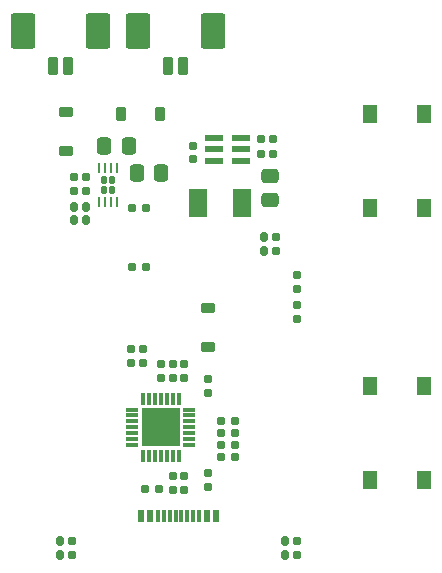
<source format=gbr>
%TF.GenerationSoftware,KiCad,Pcbnew,8.0.3*%
%TF.CreationDate,2024-10-16T20:56:53-05:00*%
%TF.ProjectId,BB-STM32 Dev Board,42422d53-544d-4333-9220-44657620426f,0*%
%TF.SameCoordinates,Original*%
%TF.FileFunction,Paste,Top*%
%TF.FilePolarity,Positive*%
%FSLAX46Y46*%
G04 Gerber Fmt 4.6, Leading zero omitted, Abs format (unit mm)*
G04 Created by KiCad (PCBNEW 8.0.3) date 2024-10-16 20:56:53*
%MOMM*%
%LPD*%
G01*
G04 APERTURE LIST*
G04 Aperture macros list*
%AMRoundRect*
0 Rectangle with rounded corners*
0 $1 Rounding radius*
0 $2 $3 $4 $5 $6 $7 $8 $9 X,Y pos of 4 corners*
0 Add a 4 corners polygon primitive as box body*
4,1,4,$2,$3,$4,$5,$6,$7,$8,$9,$2,$3,0*
0 Add four circle primitives for the rounded corners*
1,1,$1+$1,$2,$3*
1,1,$1+$1,$4,$5*
1,1,$1+$1,$6,$7*
1,1,$1+$1,$8,$9*
0 Add four rect primitives between the rounded corners*
20,1,$1+$1,$2,$3,$4,$5,0*
20,1,$1+$1,$4,$5,$6,$7,0*
20,1,$1+$1,$6,$7,$8,$9,0*
20,1,$1+$1,$8,$9,$2,$3,0*%
G04 Aperture macros list end*
%ADD10RoundRect,0.140000X-0.140000X0.205000X-0.140000X-0.205000X0.140000X-0.205000X0.140000X0.205000X0*%
%ADD11RoundRect,0.062500X-0.062500X0.337500X-0.062500X-0.337500X0.062500X-0.337500X0.062500X0.337500X0*%
%ADD12R,1.500000X2.400000*%
%ADD13RoundRect,0.250000X-0.337500X-0.475000X0.337500X-0.475000X0.337500X0.475000X-0.337500X0.475000X0*%
%ADD14RoundRect,0.073750X-0.651250X-0.221250X0.651250X-0.221250X0.651250X0.221250X-0.651250X0.221250X0*%
%ADD15R,0.300000X1.100000*%
%ADD16R,0.600000X1.100000*%
%ADD17R,0.300000X1.000000*%
%ADD18R,1.000000X0.300000*%
%ADD19R,3.300000X3.300000*%
%ADD20RoundRect,0.160000X0.160000X-0.197500X0.160000X0.197500X-0.160000X0.197500X-0.160000X-0.197500X0*%
%ADD21RoundRect,0.225000X-0.375000X0.225000X-0.375000X-0.225000X0.375000X-0.225000X0.375000X0.225000X0*%
%ADD22RoundRect,0.225000X-0.225000X-0.375000X0.225000X-0.375000X0.225000X0.375000X-0.225000X0.375000X0*%
%ADD23RoundRect,0.160000X-0.160000X0.197500X-0.160000X-0.197500X0.160000X-0.197500X0.160000X0.197500X0*%
%ADD24R,1.300000X1.550000*%
%ADD25RoundRect,0.160000X-0.160000X0.222500X-0.160000X-0.222500X0.160000X-0.222500X0.160000X0.222500X0*%
%ADD26RoundRect,0.155000X-0.212500X-0.155000X0.212500X-0.155000X0.212500X0.155000X-0.212500X0.155000X0*%
%ADD27RoundRect,0.160000X0.160000X-0.222500X0.160000X0.222500X-0.160000X0.222500X-0.160000X-0.222500X0*%
%ADD28RoundRect,0.200000X0.200000X0.600000X-0.200000X0.600000X-0.200000X-0.600000X0.200000X-0.600000X0*%
%ADD29RoundRect,0.250001X0.799999X1.249999X-0.799999X1.249999X-0.799999X-1.249999X0.799999X-1.249999X0*%
%ADD30RoundRect,0.155000X0.155000X-0.212500X0.155000X0.212500X-0.155000X0.212500X-0.155000X-0.212500X0*%
%ADD31RoundRect,0.155000X-0.155000X0.212500X-0.155000X-0.212500X0.155000X-0.212500X0.155000X0.212500X0*%
%ADD32RoundRect,0.160000X-0.197500X-0.160000X0.197500X-0.160000X0.197500X0.160000X-0.197500X0.160000X0*%
%ADD33RoundRect,0.250000X-0.475000X0.337500X-0.475000X-0.337500X0.475000X-0.337500X0.475000X0.337500X0*%
G04 APERTURE END LIST*
D10*
%TO.C,U1*%
X132350000Y-87575000D03*
X131650000Y-87575000D03*
X132350000Y-88425000D03*
X131650000Y-88425000D03*
D11*
X132750000Y-86550000D03*
X132250000Y-86550000D03*
X131750000Y-86550000D03*
X131250000Y-86550000D03*
X131250000Y-89450000D03*
X131750000Y-89450000D03*
X132250000Y-89450000D03*
X132750000Y-89450000D03*
%TD*%
D12*
%TO.C,L1*%
X139650000Y-89500000D03*
X143350000Y-89500000D03*
%TD*%
D13*
%TO.C,C13*%
X134462500Y-87000000D03*
X136537500Y-87000000D03*
%TD*%
%TO.C,C12*%
X131712500Y-84750000D03*
X133787500Y-84750000D03*
%TD*%
D14*
%TO.C,U2*%
X141000000Y-84050000D03*
X141000000Y-85000000D03*
X141000000Y-85950000D03*
X143310000Y-85950000D03*
X143310000Y-85000000D03*
X143310000Y-84050000D03*
%TD*%
D15*
%TO.C,J1*%
X136250000Y-116000000D03*
X137250000Y-116000000D03*
X138750000Y-116000000D03*
X139750000Y-116000000D03*
D16*
X141200000Y-116000000D03*
X140400000Y-116000000D03*
D15*
X139250000Y-116000000D03*
X138250000Y-116000000D03*
X137750000Y-116000000D03*
X136750000Y-116000000D03*
D16*
X135600000Y-116000000D03*
X134800000Y-116000000D03*
%TD*%
D17*
%TO.C,IC1*%
X138000000Y-106125000D03*
X137500000Y-106125000D03*
X137000000Y-106125000D03*
X136500000Y-106125000D03*
X136000000Y-106125000D03*
X135500000Y-106125000D03*
X135000000Y-106125000D03*
D18*
X134100000Y-107025000D03*
X134100000Y-107525000D03*
X134100000Y-108025000D03*
X134100000Y-108525000D03*
X134100000Y-109025000D03*
X134100000Y-109525000D03*
X134100000Y-110025000D03*
D17*
X135000000Y-110925000D03*
X135500000Y-110925000D03*
X136000000Y-110925000D03*
X136500000Y-110925000D03*
X137000000Y-110925000D03*
X137500000Y-110925000D03*
X138000000Y-110925000D03*
D18*
X138900000Y-110025000D03*
X138900000Y-109525000D03*
X138900000Y-109025000D03*
X138900000Y-108525000D03*
X138900000Y-108025000D03*
X138900000Y-107525000D03*
X138900000Y-107025000D03*
D19*
X136500000Y-108525000D03*
%TD*%
D20*
%TO.C,R21*%
X148000000Y-99347500D03*
X148000000Y-98152500D03*
%TD*%
%TO.C,R20*%
X148000000Y-96847500D03*
X148000000Y-95652500D03*
%TD*%
D21*
%TO.C,D8*%
X128500000Y-81850000D03*
X128500000Y-85150000D03*
%TD*%
%TO.C,D7*%
X140500707Y-98450707D03*
X140500707Y-101750707D03*
%TD*%
D22*
%TO.C,D4*%
X133100000Y-82000000D03*
X136400000Y-82000000D03*
%TD*%
D23*
%TO.C,R5*%
X137500000Y-112652500D03*
X137500000Y-113847500D03*
%TD*%
D24*
%TO.C,SW1*%
X158750000Y-105025000D03*
X158750000Y-112975000D03*
X154250000Y-105025000D03*
X154250000Y-112975000D03*
%TD*%
D25*
%TO.C,D6*%
X129150000Y-89852500D03*
X129150000Y-90997500D03*
%TD*%
D20*
%TO.C,R8*%
X136500000Y-104347500D03*
X136500000Y-103152500D03*
%TD*%
%TO.C,R12*%
X145000000Y-85347500D03*
X145000000Y-84152500D03*
%TD*%
D26*
%TO.C,C6*%
X141615000Y-111025000D03*
X142750000Y-111025000D03*
%TD*%
%TO.C,C1*%
X141615000Y-108025000D03*
X142750000Y-108025000D03*
%TD*%
D24*
%TO.C,SW2*%
X158750000Y-82025000D03*
X158750000Y-89975000D03*
X154250000Y-82025000D03*
X154250000Y-89975000D03*
%TD*%
D27*
%TO.C,D3*%
X145250000Y-93572500D03*
X145250000Y-92427500D03*
%TD*%
D28*
%TO.C,J6*%
X128625000Y-77900000D03*
X127375000Y-77900000D03*
D29*
X131175000Y-75000000D03*
X124825000Y-75000000D03*
%TD*%
D30*
%TO.C,C3*%
X134000000Y-103067500D03*
X134000000Y-101932500D03*
%TD*%
D27*
%TO.C,D5*%
X130150000Y-90997500D03*
X130150000Y-89852500D03*
%TD*%
D20*
%TO.C,R7*%
X137500000Y-104347500D03*
X137500000Y-103152500D03*
%TD*%
D31*
%TO.C,C7*%
X139250000Y-84682500D03*
X139250000Y-85817500D03*
%TD*%
D23*
%TO.C,R10*%
X148000000Y-118152500D03*
X148000000Y-119347500D03*
%TD*%
D20*
%TO.C,R17*%
X129150000Y-88522500D03*
X129150000Y-87327500D03*
%TD*%
D32*
%TO.C,R19*%
X134052500Y-94925000D03*
X135247500Y-94925000D03*
%TD*%
%TO.C,R18*%
X134052500Y-89925000D03*
X135247500Y-89925000D03*
%TD*%
D23*
%TO.C,R4*%
X138500000Y-112652500D03*
X138500000Y-113847500D03*
%TD*%
D20*
%TO.C,R16*%
X130150000Y-88522500D03*
X130150000Y-87327500D03*
%TD*%
D28*
%TO.C,J7*%
X138375000Y-77900000D03*
X137125000Y-77900000D03*
D29*
X140925000Y-75000000D03*
X134575000Y-75000000D03*
%TD*%
D26*
%TO.C,C5*%
X141615000Y-110025000D03*
X142750000Y-110025000D03*
%TD*%
%TO.C,C2*%
X141615000Y-109025000D03*
X142750000Y-109025000D03*
%TD*%
D23*
%TO.C,R11*%
X146000000Y-84152500D03*
X146000000Y-85347500D03*
%TD*%
D20*
%TO.C,R15*%
X146250000Y-93597500D03*
X146250000Y-92402500D03*
%TD*%
%TO.C,R9*%
X129000000Y-119347500D03*
X129000000Y-118152500D03*
%TD*%
D27*
%TO.C,D1*%
X128000000Y-119322500D03*
X128000000Y-118177500D03*
%TD*%
D20*
%TO.C,R6*%
X138500000Y-104347500D03*
X138500000Y-103152500D03*
%TD*%
D30*
%TO.C,C4*%
X135000000Y-103067500D03*
X135000000Y-101932500D03*
%TD*%
D27*
%TO.C,D2*%
X147000000Y-119322500D03*
X147000000Y-118177500D03*
%TD*%
D32*
%TO.C,R1*%
X135152500Y-113750000D03*
X136347500Y-113750000D03*
%TD*%
D20*
%TO.C,R2*%
X140500000Y-113597500D03*
X140500000Y-112402500D03*
%TD*%
D23*
%TO.C,R3*%
X140500000Y-104401500D03*
X140500000Y-105596500D03*
%TD*%
D33*
%TO.C,C8*%
X145750000Y-87212500D03*
X145750000Y-89287500D03*
%TD*%
M02*

</source>
